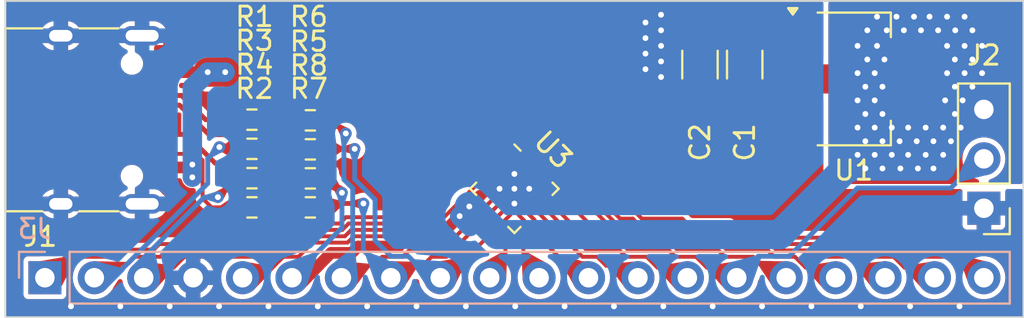
<source format=kicad_pcb>
(kicad_pcb (version 20240108) (generator "pcbnew") (generator_version "8.0")
  (layers (0 "F.Cu" signal) (31 "B.Cu" signal) (34 "B.Paste" user) (35 "F.Paste" user) (36 "B.SilkS" user "B.Silks") (37 "F.SilkS" user "F.Silks") (38 "B.Mask" user) (39 "F.Mask" user) (44 "Edge.Cuts" user))
  (net 0 "")
  (net 1 "GND")
  (net 2 "Net-(U1-VI)")
  (net 3 "VCC")
  (net 4 "Net-(J1-CC1)")
  (net 5 "Net-(J1-D+-PadA6)")
  (net 6 "Net-(J1-D--PadA7)")
  (net 8 "Net-(J1-CC2)")
  (net 10 "Net-(J2-Pin_2)")
  (net 11 "Net-(J3-Pin_1)")
  (net 12 "Net-(J3-Pin_2)")
  (net 13 "Net-(J3-Pin_3)")
  (net 14 "Net-(J3-Pin_5)")
  (net 15 "Net-(J3-Pin_7)")
  (net 16 "Net-(J3-Pin_8)")
  (net 17 "Net-(J3-Pin_9)")
  (net 18 "Net-(J3-Pin_10)")
  (net 19 "Net-(J3-Pin_11)")
  (net 20 "Net-(J3-Pin_12)")
  (net 21 "Net-(J3-Pin_13)")
  (net 22 "Net-(J3-Pin_14)")
  (net 23 "Net-(J3-Pin_16)")
  (net 24 "Net-(J3-Pin_17)")
  (net 25 "Net-(J3-Pin_18)")
  (net 26 "Net-(J3-Pin_19)")
  (net 27 "Net-(J3-Pin_20)")
  (footprint "Connector_PinHeader_2.54mm:PinHeader_1x03_P2.54mm_Vertical" (layer "F.Cu") (at 177.292 124.445 180)
    (property "Reference" "J2")
    (property "Value" "Conn_01x03_Pin" (hide yes))
  )
  (footprint "Capacitor_SMD:C_1206_3216Metric_Pad1.33x1.80mm_HandSolder" (layer "F.Cu") (at 165 117.0625 90)
    (property "Reference" "C1")
    (property "Value" "C")
  )
  (footprint "Connector_USB:USB_C_Receptacle_HRO_TYPE-C-31-M-12" (layer "F.Cu") (at 130.9 119.9 -90)
    (property "Reference" "J1")
    (property "Value" "USB_C_Receptacle_USB2.0" (hide yes))
  )
  (footprint "Capacitor_SMD:C_1206_3216Metric_Pad1.33x1.80mm_HandSolder" (layer "F.Cu") (at 162.7 117.0625 90)
    (property "Reference" "C2")
    (property "Value" "C")
  )
  (footprint "Resistor_SMD:R_0603_1608Metric" (layer "F.Cu") (at 142.675 121.417938)
    (property "Reference" "R5")
    (property "Value" "R_US" (hide yes))
  )
  (footprint "Resistor_SMD:R_0603_1608Metric" (layer "F.Cu") (at 139.675 121.391565 180)
    (property "Reference" "R3")
    (property "Value" "R_US" (hide yes))
  )
  (footprint "Resistor_SMD:R_0603_1608Metric" (layer "F.Cu") (at 142.675 119.926908)
    (property "Reference" "R6")
    (property "Value" "R_US" (hide yes))
  )
  (footprint "Resistor_SMD:R_0603_1608Metric" (layer "F.Cu") (at 142.675 122.908968)
    (property "Reference" "R8")
    (property "Value" "R_US" (hide yes))
  )
  (footprint "Resistor_SMD:R_0603_1608Metric" (layer "F.Cu") (at 139.675 122.9 180)
    (property "Reference" "R4")
    (property "Value" "R_US" (hide yes))
  )
  (footprint "Package_TO_SOT_SMD:SOT-223-3_TabPin2" (layer "F.Cu") (at 170.6 117.8)
    (property "Reference" "U1")
    (property "Value" "AMS1117-3.3" (hide yes))
  )
  (footprint "Resistor_SMD:R_0603_1608Metric" (layer "F.Cu") (at 142.675 124.399998)
    (property "Reference" "R7")
    (property "Value" "R_US" (hide yes))
  )
  (footprint "Package_DFN_QFN:QFN-20-1EP_3x3mm_P0.4mm_EP1.65x1.65mm" (layer "F.Cu") (at 153.162 123.444 -45)
    (property "Reference" "U3")
    (property "Value" "~")
  )
  (footprint "Resistor_SMD:R_0603_1608Metric" (layer "F.Cu") (at 139.675 124.4)
    (property "Reference" "R2")
    (property "Value" "R_US" (hide yes))
  )
  (footprint "Resistor_SMD:R_0603_1608Metric" (layer "F.Cu") (at 139.675 119.891565)
    (property "Reference" "R1")
    (property "Value" "R_US" (hide yes))
  )
  (footprint "Connector_PinHeader_2.54mm:PinHeader_1x20_P2.54mm_Vertical" (layer "B.Cu") (at 129.032 128.016 -90)
    (property "Reference" "J3")
    (property "Value" "Conn_01x20_Pin")
  )
  (gr_rect (start 127 113.792) (end 179.324 130.048) (stroke (width 0.1)) (fill none) (layer "Edge.Cuts"))
  (segment (start 135.495 123.7) (end 135.8 123.7) (width 0.6) (layer "F.Cu") (net 1))
  (segment (start 152.149509 122.997195) (end 152.149509 123.193509) (width 0.2) (layer "F.Cu") (net 1))
  (segment (start 152.149509 123.193509) (end 152.4 123.444) (width 0.2) (layer "F.Cu") (net 1))
  (segment (start 152.596314 123.444) (end 153.162 123.444) (width 0.2) (layer "F.Cu") (net 1))
  (segment (start 134.945 123.15) (end 135.495 123.7) (width 0.6) (layer "F.Cu") (net 1))
  (segment (start 134.945 116.65) (end 135.55 116.65) (width 0.6) (layer "F.Cu") (net 1))
  (segment (start 151.853852 122.701538) (end 152.596314 123.444) (width 0.2) (layer "F.Cu") (net 1))
  (segment (start 151.853852 122.701538) (end 152.149509 122.997195) (width 0.2) (layer "F.Cu") (net 1))
  (segment (start 135.4 116.195) (end 135.4 116.1) (width 0.6) (layer "F.Cu") (net 1))
  (segment (start 152.846805 122.997195) (end 153.162 122.682) (width 0.2) (layer "F.Cu") (net 1))
  (segment (start 135.55 116.65) (end 136.2 116) (width 0.6) (layer "F.Cu") (net 1))
  (segment (start 152.149509 122.997195) (end 152.846805 122.997195) (width 0.2) (layer "F.Cu") (net 1))
  (segment (start 134.945 116.65) (end 135.4 116.195) (width 0.6) (layer "F.Cu") (net 1))
  (via (at 143.057792 129.484503) (size 0.6) (drill 0.3) (layers "F.Cu" "B.Cu") (net 1))
  (via (at 140.520835 129.484503) (size 0.6) (drill 0.3) (layers "F.Cu" "B.Cu") (net 1))
  (via (at 153.162 123.444) (size 0.6) (drill 0.3) (layers "F.Cu" "B.Cu") (net 1))
  (via (at 132.909964 129.484503) (size 0.6) (drill 0.3) (layers "F.Cu" "B.Cu") (net 1))
  (via (at 145.594749 129.484503) (size 0.6) (drill 0.3) (layers "F.Cu" "B.Cu") (net 1))
  (via (at 173.501276 129.484503) (size 0.6) (drill 0.3) (layers "F.Cu" "B.Cu") (net 1))
  (via (at 160.7 116.1) (size 0.6) (drill 0.3) (layers "F.Cu" "B.Cu") (net 1))
  (via (at 155.742577 129.484503) (size 0.6) (drill 0.3) (layers "F.Cu" "B.Cu") (net 1))
  (via (at 159.9 116.5) (size 0.6) (drill 0.3) (layers "F.Cu" "B.Cu") (net 1))
  (via (at 176.038233 129.484503) (size 0.6) (drill 0.3) (layers "F.Cu" "B.Cu") (net 1))
  (via (at 150.668663 129.484503) (size 0.6) (drill 0.3) (layers "F.Cu" "B.Cu") (net 1))
  (via (at 159.9 115.7) (size 0.6) (drill 0.3) (layers "F.Cu" "B.Cu") (net 1))
  (via (at 152.4 123.444) (size 0.6) (drill 0.3) (layers "F.Cu" "B.Cu") (net 1))
  (via (at 160.816491 129.484503) (size 0.6) (drill 0.3) (layers "F.Cu" "B.Cu") (net 1))
  (via (at 163.353448 129.484503) (size 0.6) (drill 0.3) (layers "F.Cu" "B.Cu") (net 1))
  (via (at 137.983878 129.484503) (size 0.6) (drill 0.3) (layers "F.Cu" "B.Cu") (net 1))
  (via (at 160.7 116.9) (size 0.6) (drill 0.3) (layers "F.Cu" "B.Cu") (net 1))
  (via (at 153.20562 129.484503) (size 0.6) (drill 0.3) (layers "F.Cu" "B.Cu") (net 1))
  (via (at 148.131706 129.484503) (size 0.6) (drill 0.3) (layers "F.Cu" "B.Cu") (net 1))
  (via (at 130.373007 129.484503) (size 0.6) (drill 0.3) (layers "F.Cu" "B.Cu") (net 1))
  (via (at 153.162 122.682) (size 0.6) (drill 0.3) (layers "F.Cu" "B.Cu") (net 1))
  (via (at 160.7 115.3) (size 0.6) (drill 0.3) (layers "F.Cu" "B.Cu") (net 1))
  (via (at 153.924 123.444) (size 0.6) (drill 0.3) (layers "F.Cu" "B.Cu") (net 1))
  (via (at 153.162 124.206) (size 0.6) (drill 0.3) (layers "F.Cu" "B.Cu") (net 1))
  (via (at 160.7 114.5) (size 0.6) (drill 0.3) (layers "F.Cu" "B.Cu") (net 1))
  (via (at 159.9 114.9) (size 0.6) (drill 0.3) (layers "F.Cu" "B.Cu") (net 1))
  (via (at 159.9 117.3) (size 0.6) (drill 0.3) (layers "F.Cu" "B.Cu") (net 1))
  (via (at 168.427362 129.484503) (size 0.6) (drill 0.3) (layers "F.Cu" "B.Cu") (net 1))
  (via (at 165.890405 129.484503) (size 0.6) (drill 0.3) (layers "F.Cu" "B.Cu") (net 1))
  (via (at 170.964319 129.484503) (size 0.6) (drill 0.3) (layers "F.Cu" "B.Cu") (net 1))
  (via (at 160.7 117.7) (size 0.6) (drill 0.3) (layers "F.Cu" "B.Cu") (net 1))
  (via (at 158.279534 129.484503) (size 0.6) (drill 0.3) (layers "F.Cu" "B.Cu") (net 1))
  (via (at 135.446921 129.484503) (size 0.6) (drill 0.3) (layers "F.Cu" "B.Cu") (net 1))
  (segment (start 138.3 117.45) (end 134.945 117.45) (width 0.6) (layer "F.Cu") (net 2))
  (segment (start 138.3 117.45) (end 156.25 117.45) (width 1.5) (layer "F.Cu") (net 2))
  (segment (start 136.610283 122.212283) (end 136.6 122.202) (width 0.6) (layer "F.Cu") (net 2))
  (segment (start 166.475 120.1) (end 167.45 120.1) (width 1.3) (layer "F.Cu") (net 2))
  (segment (start 137.4 117.45) (end 138.3 117.45) (width 1.5) (layer "F.Cu") (net 2))
  (segment (start 136.610283 122.852988) (end 136.610283 122.212283) (width 0.6) (layer "F.Cu") (net 2))
  (segment (start 164.248 120.252) (end 165 119.5) (width 1.5) (layer "F.Cu") (net 2))
  (segment (start 165 118.625) (end 166.475 120.1) (width 1.3) (layer "F.Cu") (net 2))
  (segment (start 159.052 120.252) (end 164.248 120.252) (width 1.5) (layer "F.Cu") (net 2))
  (segment (start 136.598 122.202) (end 136.45 122.35) (width 0.6) (layer "F.Cu") (net 2))
  (segment (start 136.6 122.202) (end 136.598 122.202) (width 0.6) (layer "F.Cu") (net 2))
  (segment (start 156.25 117.45) (end 159.052 120.252) (width 1.5) (layer "F.Cu") (net 2))
  (segment (start 136.45 122.35) (end 134.945 122.35) (width 0.6) (layer "F.Cu") (net 2))
  (segment (start 165 119.5) (end 165 118.625) (width 1) (layer "F.Cu") (net 2))
  (via (at 138.3 117.45) (size 0.6) (drill 0.3) (layers "F.Cu" "B.Cu") (net 2))
  (via (at 136.610283 122.852988) (size 0.6) (drill 0.3) (layers "F.Cu" "B.Cu") (net 2))
  (via (at 136.610283 122.2) (size 0.6) (drill 0.3) (layers "F.Cu" "B.Cu") (net 2))
  (via (at 137.4 117.45) (size 0.6) (drill 0.3) (layers "F.Cu" "B.Cu") (net 2))
  (segment (start 137.4 117.45) (end 136.610283 118.239717) (width 1) (layer "B.Cu") (net 2))
  (segment (start 136.610283 122.852988) (end 136.6 122.842705) (width 0.6) (layer "B.Cu") (net 2))
  (segment (start 137.4 117.45) (end 138.3 117.45) (width 1) (layer "B.Cu") (net 2))
  (segment (start 136.610283 118.239717) (end 136.610283 122.852988) (width 1) (layer "B.Cu") (net 2))
  (segment (start 142.882049 127.6) (end 142.148 127.6) (width 0.6) (layer "F.Cu") (net 3))
  (segment (start 167.45 117.8) (end 166.838246 117.8) (width 1.5) (layer "F.Cu") (net 3))
  (segment (start 166.838246 117.8) (end 166.077746 117.0395) (width 1.5) (layer "F.Cu") (net 3))
  (segment (start 144.803709 126.739) (end 143.743049 126.739) (width 0.6) (layer "F.Cu") (net 3))
  (segment (start 163.623 117.0395) (end 162.7 117.9625) (width 1.5) (layer "F.Cu") (net 3))
  (segment (start 142.148 127.6) (end 141.732 128.016) (width 0.6) (layer "F.Cu") (net 3))
  (segment (start 150.844977 124.355023) (end 151.4 123.8) (width 0.6) (layer "F.Cu") (net 3))
  (segment (start 149.115 126.085) (end 147.535261 126.085) (width 0.6) (layer "F.Cu") (net 3))
  (segment (start 144.3 123.648) (end 143.560968 122.908968) (width 0.25) (layer "F.Cu") (net 3))
  (segment (start 145.130709 126.412) (end 144.803709 126.739) (width 0.6) (layer "F.Cu") (net 3))
  (segment (start 143.560968 122.908968) (end 143.5 122.908968) (width 0.25) (layer "F.Cu") (net 3))
  (segment (start 167.45 117.8) (end 173.75 117.8) (width 1.5) (layer "F.Cu") (net 3))
  (segment (start 162.7 117.9625) (end 162.7 118.625) (width 1.5) (layer "F.Cu") (net 3))
  (segment (start 143.743049 126.739) (end 142.882049 127.6) (width 0.6) (layer "F.Cu") (net 3))
  (segment (start 150.35 124.85) (end 149.115 126.085) (width 0.6) (layer "F.Cu") (net 3))
  (segment (start 147.208261 126.412) (end 145.130709 126.412) (width 0.6) (layer "F.Cu") (net 3))
  (segment (start 150.35 124.85) (end 150.844977 124.355023) (width 0.6) (layer "F.Cu") (net 3))
  (segment (start 147.535261 126.085) (end 147.208261 126.412) (width 0.6) (layer "F.Cu") (net 3))
  (segment (start 166.077746 117.0395) (end 163.623 117.0395) (width 1.5) (layer "F.Cu") (net 3))
  (via (at 171.2 122.4) (size 0.6) (drill 0.3) (layers "F.Cu" "B.Cu") (net 3))
  (via (at 170.8 117.5) (size 0.6) (drill 0.3) (layers "F.Cu" "B.Cu") (net 3))
  (via (at 171.8 116.1) (size 0.6) (drill 0.3) (layers "F.Cu" "B.Cu") (net 3))
  (via (at 174.7 122.4) (size 0.6) (drill 0.3) (layers "F.Cu" "B.Cu") (net 3))
  (via (at 175.8 119.6) (size 0.6) (drill 0.3) (layers "F.Cu" "B.Cu") (net 3))
  (via (at 175.8 118.2) (size 0.6) (drill 0.3) (layers "F.Cu" "B.Cu") (net 3))
  (via (at 173.4 121.7) (size 0.6) (drill 0.3) (layers "F.Cu" "B.Cu") (net 3))
  (via (at 171.2 121) (size 0.6) (drill 0.3) (layers "F.Cu" "B.Cu") (net 3))
  (via (at 176.7 116.8) (size 0.6) (drill 0.3) (layers "F.Cu" "B.Cu") (net 3))
  (via (at 174.94 115.3) (size 0.6) (drill 0.3) (layers "F.Cu" "B.Cu") (net 3))
  (via (at 173.18 115.3) (size 0.6) (drill 0.3) (layers "F.Cu" "B.Cu") (net 3))
  (via (at 173.4 120.3) (size 0.6) (drill 0.3) (layers "F.Cu" "B.Cu") (net 3))
  (via (at 172.08 121) (size 0.6) (drill 0.3) (layers "F.Cu" "B.Cu") (net 3))
  (via (at 172.3 115.3) (size 0.6) (drill 0.3) (layers "F.Cu" "B.Cu") (net 3))
  (via (at 150.844977 124.355023) (size 0.6) (drill 0.3) (layers "F.Cu" "B.Cu") (net 3))
  (via (at 144.3 123.648) (size 0.6) (drill 0.3) (layers "F.Cu" "B.Cu") (net 3))
  (via (at 174.5 114.6) (size 0.6) (drill 0.3) (layers "F.Cu" "B.Cu") (net 3))
  (via (at 171.68 117.5) (size 0.6) (drill 0.3) (layers "F.Cu" "B.Cu") (net 3))
  (via (at 173.84 121) (size 0.6) (drill 0.3) (layers "F.Cu" "B.Cu") (net 3))
  (via (at 171.68 120.3) (size 0.6) (drill 0.3) (layers "F.Cu" "B.Cu") (net 3))
  (via (at 176.3 117.5) (size 0.6) (drill 0.3) (layers "F.Cu" "B.Cu") (net 3))
  (via (at 173.9 122.4) (size 0.6) (drill 0.3) (layers "F.Cu" "B.Cu") (net 3))
  (via (at 172.08 118.2) (size 0.6) (drill 0.3) (layers "F.Cu" "B.Cu") (net 3))
  (via (at 173.7 114.6) (size 0.6) (drill 0.3) (layers "F.Cu" "B.Cu") (net 3))
  (via (at 172.08 119.6) (size 0.6) (drill 0.3) (layers "F.Cu" "B.Cu") (net 3))
  (via (at 171.2 118.2) (size 0.6) (drill 0.3) (layers "F.Cu" "B.Cu") (net 3))
  (via (at 176.3 114.6) (size 0.6) (drill 0.3) (layers "F.Cu" "B.Cu") (net 3))
  (via (at 170.8 116.1) (size 0.6) (drill 0.3) (layers "F.Cu" "B.Cu") (net 3))
  (via (at 172.18 116.8) (size 0.6) (drill 0.3) (layers "F.Cu" "B.Cu") (net 3))
  (via (at 176.7 118.2) (size 0.6) (drill 0.3) (layers "F.Cu" "B.Cu") (net 3))
  (via (at 171.68 118.9) (size 0.6) (drill 0.3) (layers "F.Cu" "B.Cu") (net 3))
  (via (at 150.35 124.85) (size 0.6) (drill 0.3) (layers "F.Cu" "B.Cu") (net 3))
  (via (at 170.8 118.9) (size 0.6) (drill 0.3) (layers "F.Cu" "B.Cu") (net 3))
  (via (at 174.3 121.7) (size 0.6) (drill 0.3) (layers "F.Cu" "B.Cu") (net 3))
  (via (at 175.8 116.8) (size 0.6) (drill 0.3) (layers "F.Cu" "B.Cu") (net 3))
  (via (at 177.2 116.1) (size 0.6) (drill 0.3) (layers "F.Cu" "B.Cu") (net 3))
  (via (at 172.8 114.6) (size 0.6) (drill 0.3) (layers "F.Cu" "B.Cu") (net 3))
  (via (at 173 122.4) (size 0.6) (drill 0.3) (layers "F.Cu" "B.Cu") (net 3))
  (via (at 177.2 117.5) (size 0.6) (drill 0.3) (layers "F.Cu" "B.Cu") (net 3))
  (via (at 172.08 122.4) (size 0.6) (drill 0.3) (layers "F.Cu" "B.Cu") (net 3))
  (via (at 176.3 116.1) (size 0.6) (drill 0.3) (layers "F.Cu" "B.Cu") (net 3))
  (via (at 175.4 114.6) (size 0.6) (drill 0.3) (layers "F.Cu" "B.Cu") (net 3))
  (via (at 175.4 116.1) (size 0.6) (drill 0.3) (layers "F.Cu" "B.Cu") (net 3))
  (via (at 175.2 121.7) (size 0.6) (drill 0.3) (layers "F.Cu" "B.Cu") (net 3))
  (via (at 172.96 121) (size 0.6) (drill 0.3) (layers "F.Cu" "B.Cu") (net 3))
  (via (at 172.56 120.3) (size 0.6) (drill 0.3) (layers "F.Cu" "B.Cu") (net 3))
  (via (at 171.68 121.7) (size 0.6) (drill 0.3) (layers "F.Cu" "B.Cu") (net 3))
  (via (at 174.06 115.3) (size 0.6) (drill 0.3) (layers "F.Cu" "B.Cu") (net 3))
  (via (at 171.3 116.8) (size 0.6) (drill 0.3) (layers "F.Cu" "B.Cu") (net 3))
  (via (at 170.8 120.3) (size 0.6) (drill 0.3) (layers "F.Cu" "B.Cu") (net 3))
  (via (at 175.82 115.3) (size 0.6) (drill 0.3) (layers "F.Cu" "B.Cu") (net 3))
  (via (at 171.3 115.3) (size 0.6) (drill 0.3) (layers "F.Cu" "B.Cu") (net 3))
  (via (at 171.2 119.6) (size 0.6) (drill 0.3) (layers "F.Cu" "B.Cu") (net 3))
  (via (at 175.4 117.5) (size 0.6) (drill 0.3) (layers "F.Cu" "B.Cu") (net 3))
  (via (at 176.7 115.3) (size 0.6) (drill 0.3) (layers "F.Cu" "B.Cu") (net 3))
  (via (at 175.2 120.3) (size 0.6) (drill 0.3) (layers "F.Cu" "B.Cu") (net 3))
  (via (at 174.7 121) (size 0.6) (drill 0.3) (layers "F.Cu" "B.Cu") (net 3))
  (via (at 176.1 120.3) (size 0.6) (drill 0.3) (layers "F.Cu" "B.Cu") (net 3))
  (via (at 174.3 120.3) (size 0.6) (drill 0.3) (layers "F.Cu" "B.Cu") (net 3))
  (via (at 170.8 121.7) (size 0.6) (drill 0.3) (layers "F.Cu" "B.Cu") (net 3))
  (via (at 172.56 121.7) (size 0.6) (drill 0.3) (layers "F.Cu" "B.Cu") (net 3))
  (via (at 176.2 118.9) (size 0.6) (drill 0.3) (layers "F.Cu" "B.Cu") (net 3))
  (via (at 171.8 114.6) (size 0.6) (drill 0.3) (layers "F.Cu" "B.Cu") (net 3))
  (via (at 175.6 121) (size 0.6) (drill 0.3) (layers "F.Cu" "B.Cu") (net 3))
  (via (at 175.3 118.9) (size 0.6) (drill 0.3) (layers "F.Cu" "B.Cu") (net 3))
  (segment (start 151.872954 125.383) (end 152.289954 125.8) (width 1.5) (layer "B.Cu") (net 3))
  (segment (start 166.8 125.8) (end 171.6 121) (width 1.5) (layer "B.Cu") (net 3))
  (segment (start 144.3 125.448) (end 141.732 128.016) (width 0.25) (layer "B.Cu") (net 3))
  (segment (start 144.3 123.648) (end 144.3 125.448) (width 0.25) (layer "B.Cu") (net 3))
  (segment (start 150.35 124.85) (end 150.883 125.383) (width 1) (layer "B.Cu") (net 3))
  (segment (start 171.6 121) (end 172.96 121) (width 1.5) (layer "B.Cu") (net 3))
  (segment (start 150.883 125.383) (end 151.872954 125.383) (width 0.6) (layer "B.Cu") (net 3))
  (segment (start 150.844977 124.355023) (end 151.872954 125.383) (width 1.5) (layer "B.Cu") (net 3))
  (segment (start 152.289954 125.8) (end 166.8 125.8) (width 1.5) (layer "B.Cu") (net 3))
  (segment (start 138.85 119.891565) (end 137.291565 119.891565) (width 0.25) (layer "F.Cu") (net 4))
  (segment (start 136.05 118.65) (end 134.945 118.65) (width 0.25) (layer "F.Cu") (net 4))
  (segment (start 137.291565 119.891565) (end 136.05 118.65) (width 0.25) (layer "F.Cu") (net 4))
  (segment (start 140.5 122.9) (end 139.718565 122.118565) (width 0.25) (layer "F.Cu") (net 5))
  (segment (start 136.303378 120.65) (end 135.85 120.65) (width 0.25) (layer "F.Cu") (net 5))
  (segment (start 139.718565 122.118565) (end 137.771943 122.118565) (width 0.25) (layer "F.Cu") (net 5))
  (segment (start 135.922 120.578) (end 135.85 120.65) (width 0.25) (layer "F.Cu") (net 5))
  (segment (start 135.92 119.65) (end 135.922 119.652) (width 0.25) (layer "F.Cu") (net 5))
  (segment (start 140.5 122.9) (end 140.5 123.05) (width 0.25) (layer "F.Cu") (net 5))
  (segment (start 135.85 120.65) (end 134.945 120.65) (width 0.25) (layer "F.Cu") (net 5))
  (segment (start 134.945 119.65) (end 135.92 119.65) (width 0.25) (layer "F.Cu") (net 5))
  (segment (start 137.771943 122.118565) (end 136.303378 120.65) (width 0.25) (layer "F.Cu") (net 5))
  (segment (start 140.5 123.05) (end 141.85 124.4) (width 0.25) (layer "F.Cu") (net 5))
  (segment (start 135.922 119.652) (end 135.922 120.578) (width 0.25) (layer "F.Cu") (net 5))
  (segment (start 133.97 119.15) (end 133.968 119.152) (width 0.25) (layer "F.Cu") (net 6))
  (segment (start 133.968 120.148) (end 133.97 120.15) (width 0.25) (layer "F.Cu") (net 6))
  (segment (start 134.945 119.15) (end 133.97 119.15) (width 0.25) (layer "F.Cu") (net 6))
  (segment (start 141.883131 119.926908) (end 141.883131 120.008434) (width 0.2) (layer "F.Cu") (net 6))
  (segment (start 141.85 122.908968) (end 141.85 122.741565) (width 0.25) (layer "F.Cu") (net 6))
  (segment (start 141.875 119.935039) (end 141.883131 119.926908) (width 0.25) (layer "F.Cu") (net 6))
  (segment (start 140.5 121.391565) (end 141.875 121.391565) (width 0.25) (layer "F.Cu") (net 6))
  (segment (start 141.875 121.391565) (end 141.875 119.935039) (width 0.25) (layer "F.Cu") (net 6))
  (segment (start 141.85 122.741565) (end 140.5 121.391565) (width 0.25) (layer "F.Cu") (net 6))
  (segment (start 141.85 122.908968) (end 141.85 121.417938) (width 0.25) (layer "F.Cu") (net 6))
  (segment (start 141.883131 120.008434) (end 140.5 121.391565) (width 0.2) (layer "F.Cu") (net 6))
  (segment (start 135.953159 119.15) (end 137.467724 120.664565) (width 0.25) (layer "F.Cu") (net 6))
  (segment (start 137.467724 120.664565) (end 139.773 120.664565) (width 0.25) (layer "F.Cu") (net 6))
  (segment (start 133.968 119.152) (end 133.968 120.148) (width 0.25) (layer "F.Cu") (net 6))
  (segment (start 133.97 120.15) (end 134.945 120.15) (width 0.25) (layer "F.Cu") (net 6))
  (segment (start 139.773 120.664565) (end 140.5 121.391565) (width 0.25) (layer "F.Cu") (net 6))
  (segment (start 134.945 119.15) (end 135.953159 119.15) (width 0.25) (layer "F.Cu") (net 6))
  (segment (start 138.664645 124.4) (end 138.85 124.4) (width 0.2) (layer "F.Cu") (net 8))
  (segment (start 134.945 121.65) (end 136.805574 121.65) (width 0.2) (layer "F.Cu") (net 8))
  (segment (start 137.137283 123.937283) (end 137.6 124.4) (width 0.2) (layer "F.Cu") (net 8))
  (segment (start 137.137283 121.981709) (end 137.137283 123.937283) (width 0.2) (layer "F.Cu") (net 8))
  (segment (start 137.6 124.4) (end 138.85 124.4) (width 0.2) (layer "F.Cu") (net 8))
  (segment (start 136.805574 121.65) (end 137.137283 121.981709) (width 0.2) (layer "F.Cu") (net 8))
  (segment (start 157.134371 126.285) (end 158.705896 126.285) (width 0.2) (layer "F.Cu") (net 10))
  (segment (start 159.032896 126.612) (end 161.110448 126.612) (width 0.2) (layer "F.Cu") (net 10))
  (segment (start 164.106385 127.52953) (end 164.557058 127.981058) (width 0.25) (layer "F.Cu") (net 10))
  (segment (start 164.076 127.5) (end 164.592 128.016) (width 0.2) (layer "F.Cu") (net 10))
  (segment (start 158.705896 126.285) (end 159.032896 126.612) (width 0.2) (layer "F.Cu") (net 10))
  (segment (start 163.059109 127.5) (end 164.076 127.5) (width 0.2) (layer "F.Cu") (net 10))
  (segment (start 161.110448 126.612) (end 161.437448 126.939) (width 0.2) (layer "F.Cu") (net 10))
  (segment (start 161.437448 126.939) (end 162.498109 126.939) (width 0.2) (layer "F.Cu") (net 10))
  (segment (start 176.595 121.905) (end 177.292 121.905) (width 0.25) (layer "F.Cu") (net 10))
  (segment (start 164.557058 127.981058) (end 164.592 128.016) (width 0.25) (layer "F.Cu") (net 10))
  (segment (start 154.75299 123.903619) (end 157.134371 126.285) (width 0.2) (layer "F.Cu") (net 10))
  (segment (start 162.498109 126.939) (end 163.059109 127.5) (width 0.2) (layer "F.Cu") (net 10))
  (segment (start 167.286 126.914) (end 165.694 126.914) (width 0.25) (layer "B.Cu") (net 10))
  (segment (start 177.095 121.905) (end 175.598 123.402) (width 0.25) (layer "B.Cu") (net 10))
  (segment (start 177.292 121.905) (end 177.095 121.905) (width 0.25) (layer "B.Cu") (net 10))
  (segment (start 165.694 126.914) (end 164.592 128.016) (width 0.25) (layer "B.Cu") (net 10))
  (segment (start 170.798 123.402) (end 167.286 126.914) (width 0.25) (layer "B.Cu") (net 10))
  (segment (start 175.598 123.402) (end 170.798 123.402) (width 0.25) (layer "B.Cu") (net 10))
  (segment (start 146.910626 124.577) (end 146.583626 124.904) (width 0.2) (layer "F.Cu") (net 11))
  (segment (start 144.179074 125.231) (end 142.384365 125.231) (width 0.2) (layer "F.Cu") (net 11))
  (segment (start 146.583626 124.904) (end 144.506074 124.904) (width 0.2) (layer "F.Cu") (net 11))
  (segment (start 151.143619 121.469038) (end 148.035657 124.577) (width 0.2) (layer "F.Cu") (net 11))
  (segment (start 139.862656 125.958) (end 139.535656 126.285) (width 0.2) (layer "F.Cu") (net 11))
  (segment (start 141.657365 125.958) (end 139.862656 125.958) (width 0.2) (layer "F.Cu") (net 11))
  (segment (start 134.630104 126.573) (end 132.552552 126.573) (width 0.2) (layer "F.Cu") (net 11))
  (segment (start 130.109 126.939) (end 129.032 128.016) (width 0.2) (layer "F.Cu") (net 11))
  (segment (start 142.384365 125.231) (end 141.657365 125.958) (width 0.2) (layer "F.Cu") (net 11))
  (segment (start 134.918104 126.285) (end 134.630104 126.573) (width 0.2) (layer "F.Cu") (net 11))
  (segment (start 132.552552 126.573) (end 132.186552 126.939) (width 0.2) (layer "F.Cu") (net 11))
  (segment (start 148.035657 124.577) (end 146.910626 124.577) (width 0.2) (layer "F.Cu") (net 11))
  (segment (start 152.318409 121.469038) (end 151.143619 121.469038) (width 0.2) (layer "F.Cu") (net 11))
  (segment (start 144.506074 124.904) (end 144.179074 125.231) (width 0.2) (layer "F.Cu") (net 11))
  (segment (start 132.186552 126.939) (end 130.109 126.939) (width 0.2) (layer "F.Cu") (net 11))
  (segment (start 152.702381 121.85301) (end 152.318409 121.469038) (width 0.2) (layer "F.Cu") (net 11))
  (segment (start 139.535656 126.285) (end 134.918104 126.285) (width 0.2) (layer "F.Cu") (net 11))
  (segment (start 144.314522 125.558) (end 142.519813 125.558) (width 0.2) (layer "F.Cu") (net 12))
  (segment (start 133.665891 126.939) (end 133.304891 127.3) (width 0.2) (layer "F.Cu") (net 12))
  (segment (start 133.304891 127.3) (end 132.288 127.3) (width 0.2) (layer "F.Cu") (net 12))
  (segment (start 138 121.3) (end 138.091565 121.391565) (width 0.25) (layer "F.Cu") (net 12))
  (segment (start 152.419538 122.135852) (end 152.079724 121.796038) (width 0.2) (layer "F.Cu") (net 12))
  (segment (start 138.091565 121.391565) (end 138.85 121.391565) (width 0.25) (layer "F.Cu") (net 12))
  (segment (start 151.279067 121.796038) (end 148.171105 124.904) (width 0.2) (layer "F.Cu") (net 12))
  (segment (start 132.288 127.3) (end 131.572 128.016) (width 0.2) (layer "F.Cu") (net 12))
  (segment (start 152.079724 121.796038) (end 151.279067 121.796038) (width 0.2) (layer "F.Cu") (net 12))
  (segment (start 141.792813 126.285) (end 139.998104 126.285) (width 0.2) (layer "F.Cu") (net 12))
  (segment (start 139.998104 126.285) (end 139.671104 126.612) (width 0.2) (layer "F.Cu") (net 12))
  (segment (start 146.719074 125.231) (end 144.641522 125.231) (width 0.2) (layer "F.Cu") (net 12))
  (segment (start 134.961 126.939) (end 133.665891 126.939) (width 0.2) (layer "F.Cu") (net 12))
  (segment (start 139.671104 126.612) (end 135.288 126.612) (width 0.2) (layer "F.Cu") (net 12))
  (segment (start 144.641522 125.231) (end 144.314522 125.558) (width 0.2) (layer "F.Cu") (net 12))
  (segment (start 142.519813 125.558) (end 141.792813 126.285) (width 0.2) (layer "F.Cu") (net 12))
  (segment (start 147.046074 124.904) (end 146.719074 125.231) (width 0.2) (layer "F.Cu") (net 12))
  (segment (start 135.288 126.612) (end 134.961 126.939) (width 0.2) (layer "F.Cu") (net 12))
  (segment (start 148.171105 124.904) (end 147.046074 124.904) (width 0.2) (layer "F.Cu") (net 12))
  (via (at 138 121.3) (size 0.6) (drill 0.3) (layers "F.Cu" "B.Cu") (net 12))
  (segment (start 133.01 127.559536) (end 133.01 127.59) (width 0.25) (layer "B.Cu") (net 12))
  (segment (start 132.584 128.016) (end 131.572 128.016) (width 0.25) (layer "B.Cu") (net 12))
  (segment (start 133.01 127.59) (end 132.584 128.016) (width 0.25) (layer "B.Cu") (net 12))
  (segment (start 137.4 121.9) (end 137.4 123.169536) (width 0.25) (layer "B.Cu") (net 12))
  (segment (start 138 121.3) (end 137.4 121.9) (width 0.25) (layer "B.Cu") (net 12))
  (segment (start 137.4 123.169536) (end 133.01 127.559536) (width 0.25) (layer "B.Cu") (net 12))
  (segment (start 138.895646 122.9) (end 138.9 122.9) (width 0.25) (layer "F.Cu") (net 13))
  (segment (start 140.133552 126.612) (end 139.806552 126.939) (width 0.2) (layer "F.Cu") (net 13))
  (segment (start 147.181522 125.231) (end 146.854522 125.558) (width 0.2) (layer "F.Cu") (net 13))
  (segment (start 141.928261 126.612) (end 140.133552 126.612) (width 0.2) (layer "F.Cu") (net 13))
  (segment (start 152.136695 122.418695) (end 151.841038 122.123038) (width 0.2) (layer "F.Cu") (net 13))
  (segment (start 137.922646 123.873) (end 138.895646 122.9) (width 0.25) (layer "F.Cu") (net 13))
  (segment (start 144.77697 125.558) (end 144.44997 125.885) (width 0.2) (layer "F.Cu") (net 13))
  (segment (start 148.306553 125.231) (end 147.181522 125.231) (width 0.2) (layer "F.Cu") (net 13))
  (segment (start 136.205891 126.939) (end 135.644891 127.5) (width 0.2) (layer "F.Cu") (net 13))
  (segment (start 134.628 127.5) (end 134.112 128.016) (width 0.2) (layer "F.Cu") (net 13))
  (segment (start 135.644891 127.5) (end 134.628 127.5) (width 0.2) (layer "F.Cu") (net 13))
  (segment (start 142.655261 125.885) (end 141.928261 126.612) (width 0.2) (layer "F.Cu") (net 13))
  (segment (start 151.841038 122.123038) (end 151.414515 122.123038) (width 0.2) (layer "F.Cu") (net 13))
  (segment (start 144.44997 125.885) (end 142.655261 125.885) (width 0.2) (layer "F.Cu") (net 13))
  (segment (start 139.806552 126.939) (end 136.205891 126.939) (width 0.2) (layer "F.Cu") (net 13))
  (segment (start 151.414515 122.123038) (end 148.306553 125.231) (width 0.2) (layer "F.Cu") (net 13))
  (segment (start 146.854522 125.558) (end 144.77697 125.558) (width 0.2) (layer "F.Cu") (net 13))
  (via (at 137.922646 123.873) (size 0.6) (drill 0.3) (layers "F.Cu" "B.Cu") (net 13))
  (segment (start 137.922646 123.873) (end 137.229694 123.873) (width 0.25) (layer "B.Cu") (net 13))
  (segment (start 134.112 126.990694) (end 134.112 128.016) (width 0.25) (layer "B.Cu") (net 13))
  (segment (start 137.229694 123.873) (end 134.112 126.990694) (width 0.25) (layer "B.Cu") (net 13))
  (segment (start 144.585418 126.212) (end 142.790709 126.212) (width 0.2) (layer "F.Cu") (net 14))
  (segment (start 142.063709 126.939) (end 141.285891 126.939) (width 0.2) (layer "F.Cu") (net 14))
  (segment (start 151.18171 123.273) (end 148.89671 125.558) (width 0.2) (layer "F.Cu") (net 14))
  (segment (start 147.31697 125.558) (end 146.98997 125.885) (width 0.2) (layer "F.Cu") (net 14))
  (segment (start 151.561555 122.961556) (end 151.3 122.7) (width 0.2) (layer "F.Cu") (net 14))
  (segment (start 148.89671 125.558) (end 147.31697 125.558) (width 0.2) (layer "F.Cu") (net 14))
  (segment (start 146.98997 125.885) (end 144.912418 125.885) (width 0.2) (layer "F.Cu") (net 14))
  (segment (start 141.285891 126.939) (end 140.624891 127.6) (width 0.2) (layer "F.Cu") (net 14))
  (segment (start 142.790709 126.212) (end 142.063709 126.939) (width 0.2) (layer "F.Cu") (net 14))
  (segment (start 151.57101 122.97101) (end 151.3 122.7) (width 0.2) (layer "F.Cu") (net 14))
  (segment (start 139.608 127.6) (end 139.192 128.016) (width 0.2) (layer "F.Cu") (net 14))
  (segment (start 151.282391 123.273) (end 151.18171 123.273) (width 0.2) (layer "F.Cu") (net 14))
  (segment (start 144.912418 125.885) (end 144.585418 126.212) (width 0.2) (layer "F.Cu") (net 14))
  (segment (start 139.420976 127.790456) (end 139.192 128.016) (width 0.2) (layer "F.Cu") (net 14))
  (segment (start 151.57101 122.984381) (end 151.57101 122.97101) (width 0.2) (layer "F.Cu") (net 14))
  (segment (start 140.624891 127.6) (end 139.608 127.6) (width 0.2) (layer "F.Cu") (net 14))
  (segment (start 151.57101 122.984381) (end 151.282391 123.273) (width 0.2) (layer "F.Cu") (net 14))
  (segment (start 151.57101 122.984381) (end 151.561555 122.961556) (width 0.2) (layer "F.Cu") (net 14))
  (segment (start 147.735261 126.630291) (end 147.426552 126.939) (width 0.2) (layer "F.Cu") (net 15))
  (segment (start 145.904891 127.4) (end 144.888 127.4) (width 0.2) (layer "F.Cu") (net 15))
  (segment (start 151.853852 124.186462) (end 149.428314 126.612) (width 0.2) (layer "F.Cu") (net 15))
  (segment (start 143.535343 119.635343) (end 143.533131 119.635343) (width 0.2) (layer "F.Cu") (net 15))
  (segment (start 144.5 120.6) (end 143.535343 119.635343) (width 0.2) (layer "F.Cu") (net 15))
  (segment (start 144.888 127.4) (end 144.272 128.016) (width 0.2) (layer "F.Cu") (net 15))
  (segment (start 149.428314 126.612) (end 147.753551 126.612) (width 0.2) (layer "F.Cu") (net 15))
  (segment (start 147.753551 126.612) (end 147.735261 126.63029) (width 0.2) (layer "F.Cu") (net 15))
  (segment (start 146.365891 126.939) (end 145.904891 127.4) (width 0.2) (layer "F.Cu") (net 15))
  (segment (start 147.426552 126.939) (end 146.365891 126.939) (width 0.2) (layer "F.Cu") (net 15))
  (segment (start 147.735261 126.63029) (end 147.735261 126.630291) (width 0.2) (layer "F.Cu") (net 15))
  (via (at 144.5 120.6) (size 0.6) (drill 0.3) (layers "F.Cu" "B.Cu") (net 15))
  (segment (start 144.852 123.419354) (end 144.852 127.436) (width 0.25) (layer "B.Cu") (net 15))
  (segment (start 144.4 122.967354) (end 144.852 123.419354) (width 0.25) (layer "B.Cu") (net 15))
  (segment (start 144.852 127.436) (end 144.272 128.016) (width 0.25) (layer "B.Cu") (net 15))
  (segment (start 144.5 120.6) (end 144.4 120.7) (width 0.25) (layer "B.Cu") (net 15))
  (segment (start 144.4 120.7) (end 144.4 122.967354) (width 0.25) (layer "B.Cu") (net 15))
  (segment (start 147.528 127.3) (end 146.812 128.016) (width 0.2) (layer "F.Cu") (net 16))
  (segment (start 148.905891 126.939) (end 148.544891 127.3) (width 0.2) (layer "F.Cu") (net 16))
  (segment (start 149.667 126.939) (end 148.905891 126.939) (width 0.2) (layer "F.Cu") (net 16))
  (segment (start 148.544891 127.3) (end 147.528 127.3) (width 0.2) (layer "F.Cu") (net 16))
  (segment (start 145.404 124.2) (end 143.7 124.2) (width 0.25) (layer "F.Cu") (net 16))
  (segment (start 143.7 124.2) (end 143.5 124.4) (width 0.25) (layer "F.Cu") (net 16))
  (segment (start 152.136695 124.469305) (end 149.667 126.939) (width 0.2) (layer "F.Cu") (net 16))
  (via (at 145.404 124.2) (size 0.6) (drill 0.3) (layers "F.Cu" "B.Cu") (net 16))
  (segment (start 145.4 124.204) (end 145.4 126.604) (width 0.25) (layer "B.Cu") (net 16))
  (segment (start 145.404 124.2) (end 145.4 124.204) (width 0.25) (layer "B.Cu") (net 16))
  (segment (start 145.4 126.604) (end 146.812 128.016) (width 0.25) (layer "B.Cu") (net 16))
  (segment (start 151.9 125.271686) (end 151.9 125.8) (width 0.2) (layer "F.Cu") (net 17))
  (segment (start 152.419538 124.752148) (end 151.9 125.271686) (width 0.2) (layer "F.Cu") (net 17))
  (segment (start 149.684 128.016) (end 149.352 128.016) (width 0.2) (layer "F.Cu") (net 17))
  (segment (start 151.9 125.8) (end 149.684 128.016) (width 0.2) (layer "F.Cu") (net 17))
  (segment (start 144.952 121.391565) (end 143.5 121.391565) (width 0.25) (layer "F.Cu") (net 17))
  (via (at 144.952 121.391565) (size 0.6) (drill 0.3) (layers "F.Cu" "B.Cu") (net 17))
  (arc (start 149.538815 127.564989) (mid 149.400552 127.771914) (end 149.352 128.016) (width 0.25) (layer "F.Cu") (net 17))
  (segment (start 146.814 126.914) (end 147.714 126.914) (width 0.25) (layer "B.Cu") (net 17))
  (segment (start 146 126.1) (end 146.814 126.914) (width 0.25) (layer "B.Cu") (net 17))
  (segment (start 144.952 122.952) (end 146 124) (width 0.25) (layer "B.Cu") (net 17))
  (segment (start 146 124) (end 146 126.1) (width 0.25) (layer "B.Cu") (net 17))
  (segment (start 148.816 128.016) (end 149.352 128.016) (width 0.25) (layer "B.Cu") (net 17))
  (segment (start 144.952 121.391565) (end 144.952 122.952) (width 0.25) (layer "B.Cu") (net 17))
  (segment (start 147.714 126.914) (end 148.816 128.016) (width 0.25) (layer "B.Cu") (net 17))
  (segment (start 152.702381 127.205619) (end 151.892 128.016) (width 0.2) (layer "F.Cu") (net 18))
  (segment (start 152.702381 125.03499) (end 152.702381 127.205619) (width 0.2) (layer "F.Cu") (net 18))
  (segment (start 153.623634 127.207634) (end 154.432 128.016) (width 0.2) (layer "F.Cu") (net 19))
  (segment (start 153.621619 125.03499) (end 153.623634 125.037005) (width 0.2) (layer "F.Cu") (net 19))
  (segment (start 153.623634 125.037005) (end 153.623634 127.207634) (width 0.2) (layer "F.Cu") (net 19))
  (segment (start 154.200119 125.047805) (end 154.200119 125.700119) (width 0.2) (layer "F.Cu") (net 20))
  (segment (start 153.904462 124.752148) (end 154.200119 125.047805) (width 0.2) (layer "F.Cu") (net 20))
  (segment (start 154.200119 125.700119) (end 156.516 128.016) (width 0.2) (layer "F.Cu") (net 20))
  (segment (start 156.516 128.016) (end 156.972 128.016) (width 0.2) (layer "F.Cu") (net 20))
  (segment (start 157.418109 126.939) (end 157.879109 127.4) (width 0.2) (layer "F.Cu") (net 21))
  (segment (start 154.187305 124.469305) (end 156.657 126.939) (width 0.2) (layer "F.Cu") (net 21))
  (segment (start 158.962246 127.466245) (end 159.512 128.016) (width 0.2) (layer "F.Cu") (net 21))
  (segment (start 158.896 127.4) (end 159.512 128.016) (width 0.2) (layer "F.Cu") (net 21))
  (segment (start 156.657 126.939) (end 157.418109 126.939) (width 0.2) (layer "F.Cu") (net 21))
  (segment (start 157.879109 127.4) (end 158.896 127.4) (width 0.2) (layer "F.Cu") (net 21))
  (segment (start 160.519109 127.5) (end 161.536 127.5) (width 0.2) (layer "F.Cu") (net 22))
  (segment (start 159.958109 126.939) (end 160.519109 127.5) (width 0.2) (layer "F.Cu") (net 22))
  (segment (start 161.536 127.5) (end 162.052 128.016) (width 0.2) (layer "F.Cu") (net 22))
  (segment (start 154.470148 124.186462) (end 156.895686 126.612) (width 0.2) (layer "F.Cu") (net 22))
  (segment (start 156.895686 126.612) (end 158.570448 126.612) (width 0.2) (layer "F.Cu") (net 22))
  (segment (start 158.570448 126.612) (end 158.897448 126.939) (width 0.2) (layer "F.Cu") (net 22))
  (segment (start 158.897448 126.939) (end 159.958109 126.939) (width 0.2) (layer "F.Cu") (net 22))
  (segment (start 159.168344 126.285) (end 161.245896 126.285) (width 0.2) (layer "F.Cu") (net 23))
  (segment (start 157.726609 125.958) (end 158.841344 125.958) (width 0.2) (layer "F.Cu") (net 23))
  (segment (start 163.977674 126.939226) (end 165.439226 126.939226) (width 0.2) (layer "F.Cu") (net 23))
  (segment (start 154.75299 122.984381) (end 157.726609 125.958) (width 0.2) (layer "F.Cu") (net 23))
  (segment (start 158.841344 125.958) (end 159.168344 126.285) (width 0.2) (layer "F.Cu") (net 23))
  (segment (start 163.650448 126.612) (end 163.977674 126.939226) (width 0.2) (layer "F.Cu") (net 23))
  (segment (start 165.439226 126.939226) (end 166.516 128.016) (width 0.2) (layer "F.Cu") (net 23))
  (segment (start 166.516 128.016) (end 167.132 128.016) (width 0.2) (layer "F.Cu") (net 23))
  (segment (start 161.572896 126.612) (end 163.650448 126.612) (width 0.2) (layer "F.Cu") (net 23))
  (segment (start 161.245896 126.285) (end 161.572896 126.612) (width 0.2) (layer "F.Cu") (net 23))
  (segment (start 166.517448 126.939) (end 167.578109 126.939) (width 0.2) (layer "F.Cu") (net 24))
  (segment (start 154.470148 122.701538) (end 154.765805 122.405881) (width 0.2) (layer "F.Cu") (net 24))
  (segment (start 158.976792 125.631) (end 159.303792 125.958) (width 0.2) (layer "F.Cu") (net 24))
  (segment (start 159.303792 125.958) (end 161.381344 125.958) (width 0.2) (layer "F.Cu") (net 24))
  (segment (start 166.190674 126.612226) (end 166.517448 126.939) (width 0.2) (layer "F.Cu") (net 24))
  (segment (start 154.765805 122.405881) (end 155.096558 122.405881) (width 0.2) (layer "F.Cu") (net 24))
  (segment (start 168.139109 127.5) (end 169.156 127.5) (width 0.2) (layer "F.Cu") (net 24))
  (segment (start 161.708344 126.285) (end 163.785896 126.285) (width 0.2) (layer "F.Cu") (net 24))
  (segment (start 161.381344 125.958) (end 161.708344 126.285) (width 0.2) (layer "F.Cu") (net 24))
  (segment (start 163.785896 126.285) (end 164.113122 126.612226) (width 0.2) (layer "F.Cu") (net 24))
  (segment (start 169.156 127.5) (end 169.672 128.016) (width 0.2) (layer "F.Cu") (net 24))
  (segment (start 155.096558 122.405881) (end 158.321677 125.631) (width 0.2) (layer "F.Cu") (net 24))
  (segment (start 164.113122 126.612226) (end 166.190674 126.612226) (width 0.2) (layer "F.Cu") (net 24))
  (segment (start 158.321677 125.631) (end 158.976792 125.631) (width 0.2) (layer "F.Cu") (net 24))
  (segment (start 167.578109 126.939) (end 168.139109 127.5) (width 0.2) (layer "F.Cu") (net 24))
  (segment (start 169 126.9) (end 169.039 126.939) (width 0.2) (layer "F.Cu") (net 25))
  (segment (start 169.039 126.939) (end 170.339 126.939) (width 0.2) (layer "F.Cu") (net 25))
  (segment (start 159.43924 125.631) (end 161.516792 125.631) (width 0.2) (layer "F.Cu") (net 25))
  (segment (start 166.326122 126.285226) (end 166.652896 126.612) (width 0.2) (layer "F.Cu") (net 25))
  (segment (start 158.457125 125.304) (end 159.11224 125.304) (width 0.2) (layer "F.Cu") (net 25))
  (segment (start 154.187305 122.418695) (end 154.527119 122.078881) (width 0.2) (layer "F.Cu") (net 25))
  (segment (start 155.232006 122.078881) (end 158.457125 125.304) (width 0.2) (layer "F.Cu") (net 25))
  (segment (start 154.527119 122.078881) (end 155.232006 122.078881) (width 0.2) (layer "F.Cu") (net 25))
  (segment (start 163.921344 125.958) (end 164.24857 126.285226) (width 0.2) (layer "F.Cu") (net 25))
  (segment (start 161.516792 125.631) (end 161.843792 125.958) (width 0.2) (layer "F.Cu") (net 25))
  (segment (start 159.11224 125.304) (end 159.43924 125.631) (width 0.2) (layer "F.Cu") (net 25))
  (segment (start 170.339 126.939) (end 171.416 128.016) (width 0.2) (layer "F.Cu") (net 25))
  (segment (start 161.843792 125.958) (end 163.921344 125.958) (width 0.2) (layer "F.Cu") (net 25))
  (segment (start 168.730448 126.612) (end 169 126.881552) (width 0.2) (layer "F.Cu") (net 25))
  (segment (start 171.416 128.016) (end 172.212 128.016) (width 0.2) (layer "F.Cu") (net 25))
  (segment (start 166.652896 126.612) (end 168.730448 126.612) (width 0.2) (layer "F.Cu") (net 25))
  (segment (start 169 126.881552) (end 169 126.9) (width 0.2) (layer "F.Cu") (net 25))
  (segment (start 164.24857 126.285226) (end 166.326122 126.285226) (width 0.2) (layer "F.Cu") (net 25))
  (segment (start 166.788344 126.285) (end 168.865896 126.285) (width 0.2) (layer "F.Cu") (net 26))
  (segment (start 155.367454 121.751881) (end 158.592573 124.977) (width 0.2) (layer "F.Cu") (net 26))
  (segment (start 168.865896 126.285) (end 169.153896 126.573) (width 0.2) (layer "F.Cu") (net 26))
  (segment (start 171.597448 126.939) (end 172.658109 126.939) (width 0.2) (layer "F.Cu") (net 26))
  (segment (start 169.153896 126.573) (end 171.231448 126.573) (width 0.2) (layer "F.Cu") (net 26))
  (segment (start 161.65224 125.304) (end 161.97924 125.631) (width 0.2) (layer "F.Cu") (net 26))
  (segment (start 171.231448 126.573) (end 171.597448 126.939) (width 0.2) (layer "F.Cu") (net 26))
  (segment (start 159.574688 125.304) (end 161.65224 125.304) (width 0.2) (layer "F.Cu") (net 26))
  (segment (start 174.236 127.5) (end 174.752 128.016) (width 0.2) (layer "F.Cu") (net 26))
  (segment (start 154.288433 121.751881) (end 155.367454 121.751881) (width 0.2) (layer "F.Cu") (net 26))
  (segment (start 161.97924 125.631) (end 164.056792 125.631) (width 0.2) (layer "F.Cu") (net 26))
  (segment (start 164.056792 125.631) (end 164.384018 125.958226) (width 0.2) (layer "F.Cu") (net 26))
  (segment (start 158.592573 124.977) (end 159.247688 124.977) (width 0.2) (layer "F.Cu") (net 26))
  (segment (start 159.247688 124.977) (end 159.574688 125.304) (width 0.2) (layer "F.Cu") (net 26))
  (segment (start 166.46157 125.958226) (end 166.788344 126.285) (width 0.2) (layer "F.Cu") (net 26))
  (segment (start 173.219109 127.5) (end 174.236 127.5) (width 0.2) (layer "F.Cu") (net 26))
  (segment (start 164.384018 125.958226) (end 166.46157 125.958226) (width 0.2) (layer "F.Cu") (net 26))
  (segment (start 153.904462 122.135852) (end 154.288433 121.751881) (width 0.2) (layer "F.Cu") (net 26))
  (segment (start 172.658109 126.939) (end 173.219109 127.5) (width 0.2) (layer "F.Cu") (net 26))
  (segment (start 155.502902 121.424881) (end 158.728021 124.65) (width 0.2) (layer "F.Cu") (net 27))
  (segment (start 159.710136 124.977) (end 161.787688 124.977) (width 0.2) (layer "F.Cu") (net 27))
  (segment (start 164.19224 125.304) (end 164.519466 125.631226) (width 0.2) (layer "F.Cu") (net 27))
  (segment (start 159.383136 124.65) (end 159.710136 124.977) (width 0.2) (layer "F.Cu") (net 27))
  (segment (start 158.728021 124.65) (end 159.383136 124.65) (width 0.2) (layer "F.Cu") (net 27))
  (segment (start 164.519466 125.631226) (end 166.597018 125.631226) (width 0.2) (layer "F.Cu") (net 27))
  (segment (start 176.215 126.939) (end 177.292 128.016) (width 0.2) (layer "F.Cu") (net 27))
  (segment (start 169.001344 125.958) (end 169.289344 126.246) (width 0.2) (layer "F.Cu") (net 27))
  (segment (start 171.366896 126.246) (end 171.732896 126.612) (width 0.2) (layer "F.Cu") (net 27))
  (segment (start 153.621619 121.85301) (end 154.049748 121.424881) (width 0.2) (layer "F.Cu") (net 27))
  (segment (start 169.289344 126.246) (end 171.366896 126.246) (width 0.2) (layer "F.Cu") (net 27))
  (segment (start 166.597018 125.631226) (end 166.923792 125.958) (width 0.2) (layer "F.Cu") (net 27))
  (segment (start 166.923792 125.958) (end 169.001344 125.958) (width 0.2) (layer "F.Cu") (net 27))
  (segment (start 171.732896 126.612) (end 173.810448 126.612) (width 0.2) (layer "F.Cu") (net 27))
  (segment (start 161.787688 124.977) (end 162.114688 125.304) (width 0.2) (layer "F.Cu") (net 27))
  (segment (start 174.137448 126.939) (end 176.215 126.939) (width 0.2) (layer "F.Cu") (net 27))
  (segment (start 154.049748 121.424881) (end 155.502902 121.424881) (width 0.2) (layer "F.Cu") (net 27))
  (segment (start 173.810448 126.612) (end 174.137448 126.939) (width 0.2) (layer "F.Cu") (net 27))
  (segment (start 177.292 128.016) (end 177.0318 127.759336) (width 0.2) (layer "F.Cu") (net 27))
  (segment (start 162.114688 125.304) (end 164.19224 125.304) (width 0.2) (layer "F.Cu") (net 27))
  (zone (net 3) (net_name "VCC") (layers "F&B.Cu") (priority 1) (connect_pads yes (clearance 0.25)) (min_thickness 0.25) (fill yes (thermal_gap 0.25) (thermal_bridge_width 2.5))
    (polygon (pts (xy 169.3 113.8) (xy 169.3 123.2) (xy 179.3 123.2) (xy 179.3 113.8)))
  )
  (zone (net 1) (net_name "GND") (layers "F&B.Cu") (connect_pads (clearance 0.25)) (min_thickness 0.25) (fill yes (thermal_gap 0.25) (thermal_bridge_width 0.75))
    (polygon (pts (xy 179.324 113.792) (xy 127 113.792) (xy 127 130.048) (xy 179.324 130.048)))
  )
)
</source>
